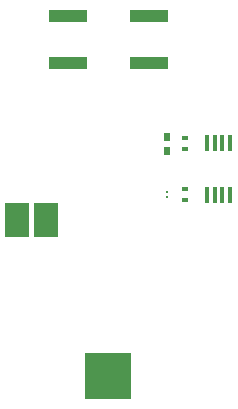
<source format=gbr>
%TF.GenerationSoftware,KiCad,Pcbnew,(6.99.0-1656-g034b57d9c0)*%
%TF.CreationDate,2022-05-27T10:29:39-07:00*%
%TF.ProjectId,GymTimer,47796d54-696d-4657-922e-6b696361645f,rev?*%
%TF.SameCoordinates,Original*%
%TF.FileFunction,Paste,Top*%
%TF.FilePolarity,Positive*%
%FSLAX46Y46*%
G04 Gerber Fmt 4.6, Leading zero omitted, Abs format (unit mm)*
G04 Created by KiCad (PCBNEW (6.99.0-1656-g034b57d9c0)) date 2022-05-27 10:29:39*
%MOMM*%
%LPD*%
G01*
G04 APERTURE LIST*
G04 Aperture macros list*
%AMOutline4P*
0 Free polygon, 4 corners , with rotation*
0 The origin of the aperture is its center*
0 number of corners: always 4*
0 $1 to $8 corner X, Y*
0 $9 Rotation angle, in degrees counterclockwise*
0 create outline with 4 corners*
4,1,4,$1,$2,$3,$4,$5,$6,$7,$8,$1,$2,$9*%
G04 Aperture macros list end*
%ADD10R,0.600000X0.450000*%
%ADD11R,0.610000X0.635000*%
%ADD12R,2.000000X3.000000*%
%ADD13R,0.450000X1.450000*%
%ADD14R,3.200000X1.000000*%
%ADD15Outline4P,-1.980000X1.980000X1.980000X1.980000X1.980000X-1.980000X-1.980000X-1.980000X0.000000*%
%ADD16R,0.280000X0.200000*%
G04 APERTURE END LIST*
D10*
%TO.C,C1*%
X114449999Y-94999999D03*
X114449999Y-94049999D03*
%TD*%
D11*
%TO.C,R1*%
X112949999Y-95146999D03*
X112949999Y-93952999D03*
%TD*%
D10*
%TO.C,C2*%
X114449999Y-99334999D03*
X114449999Y-98384999D03*
%TD*%
D12*
%TO.C,M1*%
X102649999Y-100999999D03*
X100249999Y-100999999D03*
%TD*%
D13*
%TO.C,U1*%
X116299999Y-98899999D03*
X116949999Y-98899999D03*
X117599999Y-98899999D03*
X118249999Y-98899999D03*
X118249999Y-94499999D03*
X117599999Y-94499999D03*
X116949999Y-94499999D03*
X116299999Y-94499999D03*
%TD*%
D14*
%TO.C,S1*%
X111349999Y-83699999D03*
X104549999Y-83699999D03*
X111349999Y-87699999D03*
X104549999Y-87699999D03*
%TD*%
D15*
%TO.C,BT1*%
X107949999Y-114199999D03*
%TD*%
D16*
%TO.C,D1*%
X112949999Y-98659999D03*
X112949999Y-99059999D03*
%TD*%
M02*

</source>
